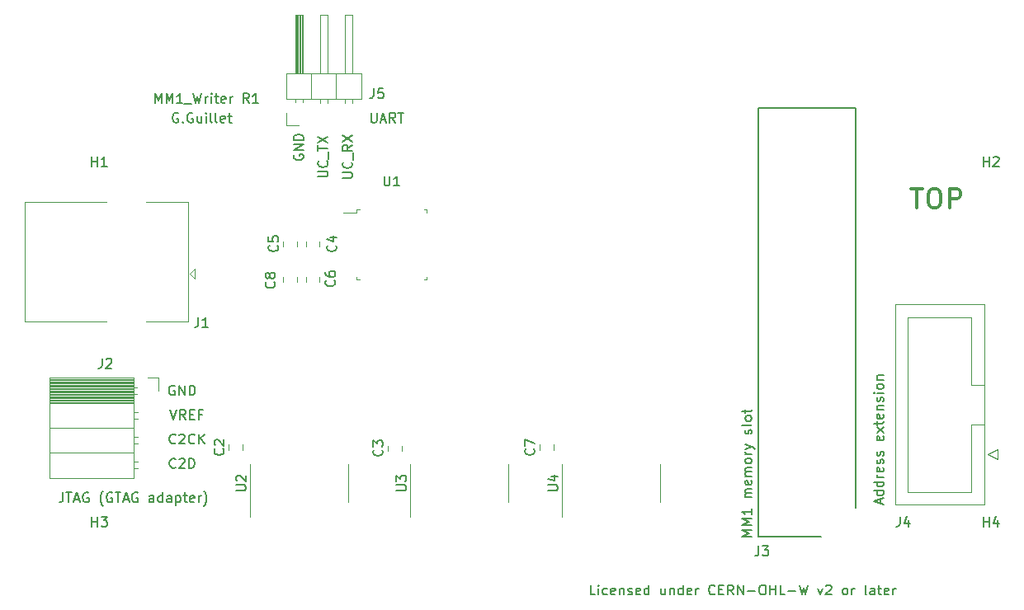
<source format=gbr>
G04 #@! TF.GenerationSoftware,KiCad,Pcbnew,(5.1.8)-1*
G04 #@! TF.CreationDate,2020-11-26T11:10:08+01:00*
G04 #@! TF.ProjectId,MM1_Writer,4d4d315f-5772-4697-9465-722e6b696361,R1*
G04 #@! TF.SameCoordinates,PX4692680PY3938700*
G04 #@! TF.FileFunction,Legend,Top*
G04 #@! TF.FilePolarity,Positive*
%FSLAX46Y46*%
G04 Gerber Fmt 4.6, Leading zero omitted, Abs format (unit mm)*
G04 Created by KiCad (PCBNEW (5.1.8)-1) date 2020-11-26 11:10:08*
%MOMM*%
%LPD*%
G01*
G04 APERTURE LIST*
%ADD10C,0.150000*%
%ADD11C,0.300000*%
%ADD12C,0.120000*%
G04 APERTURE END LIST*
D10*
X1261904Y-43452380D02*
X1261904Y-44166666D01*
X1214285Y-44309523D01*
X1119047Y-44404761D01*
X976190Y-44452380D01*
X880952Y-44452380D01*
X1595238Y-43452380D02*
X2166666Y-43452380D01*
X1880952Y-44452380D02*
X1880952Y-43452380D01*
X2452380Y-44166666D02*
X2928571Y-44166666D01*
X2357142Y-44452380D02*
X2690476Y-43452380D01*
X3023809Y-44452380D01*
X3880952Y-43500000D02*
X3785714Y-43452380D01*
X3642857Y-43452380D01*
X3500000Y-43500000D01*
X3404761Y-43595238D01*
X3357142Y-43690476D01*
X3309523Y-43880952D01*
X3309523Y-44023809D01*
X3357142Y-44214285D01*
X3404761Y-44309523D01*
X3500000Y-44404761D01*
X3642857Y-44452380D01*
X3738095Y-44452380D01*
X3880952Y-44404761D01*
X3928571Y-44357142D01*
X3928571Y-44023809D01*
X3738095Y-44023809D01*
X5404761Y-44833333D02*
X5357142Y-44785714D01*
X5261904Y-44642857D01*
X5214285Y-44547619D01*
X5166666Y-44404761D01*
X5119047Y-44166666D01*
X5119047Y-43976190D01*
X5166666Y-43738095D01*
X5214285Y-43595238D01*
X5261904Y-43500000D01*
X5357142Y-43357142D01*
X5404761Y-43309523D01*
X6309523Y-43500000D02*
X6214285Y-43452380D01*
X6071428Y-43452380D01*
X5928571Y-43500000D01*
X5833333Y-43595238D01*
X5785714Y-43690476D01*
X5738095Y-43880952D01*
X5738095Y-44023809D01*
X5785714Y-44214285D01*
X5833333Y-44309523D01*
X5928571Y-44404761D01*
X6071428Y-44452380D01*
X6166666Y-44452380D01*
X6309523Y-44404761D01*
X6357142Y-44357142D01*
X6357142Y-44023809D01*
X6166666Y-44023809D01*
X6642857Y-43452380D02*
X7214285Y-43452380D01*
X6928571Y-44452380D02*
X6928571Y-43452380D01*
X7500000Y-44166666D02*
X7976190Y-44166666D01*
X7404761Y-44452380D02*
X7738095Y-43452380D01*
X8071428Y-44452380D01*
X8928571Y-43500000D02*
X8833333Y-43452380D01*
X8690476Y-43452380D01*
X8547619Y-43500000D01*
X8452380Y-43595238D01*
X8404761Y-43690476D01*
X8357142Y-43880952D01*
X8357142Y-44023809D01*
X8404761Y-44214285D01*
X8452380Y-44309523D01*
X8547619Y-44404761D01*
X8690476Y-44452380D01*
X8785714Y-44452380D01*
X8928571Y-44404761D01*
X8976190Y-44357142D01*
X8976190Y-44023809D01*
X8785714Y-44023809D01*
X10595238Y-44452380D02*
X10595238Y-43928571D01*
X10547619Y-43833333D01*
X10452380Y-43785714D01*
X10261904Y-43785714D01*
X10166666Y-43833333D01*
X10595238Y-44404761D02*
X10500000Y-44452380D01*
X10261904Y-44452380D01*
X10166666Y-44404761D01*
X10119047Y-44309523D01*
X10119047Y-44214285D01*
X10166666Y-44119047D01*
X10261904Y-44071428D01*
X10500000Y-44071428D01*
X10595238Y-44023809D01*
X11500000Y-44452380D02*
X11500000Y-43452380D01*
X11500000Y-44404761D02*
X11404761Y-44452380D01*
X11214285Y-44452380D01*
X11119047Y-44404761D01*
X11071428Y-44357142D01*
X11023809Y-44261904D01*
X11023809Y-43976190D01*
X11071428Y-43880952D01*
X11119047Y-43833333D01*
X11214285Y-43785714D01*
X11404761Y-43785714D01*
X11500000Y-43833333D01*
X12404761Y-44452380D02*
X12404761Y-43928571D01*
X12357142Y-43833333D01*
X12261904Y-43785714D01*
X12071428Y-43785714D01*
X11976190Y-43833333D01*
X12404761Y-44404761D02*
X12309523Y-44452380D01*
X12071428Y-44452380D01*
X11976190Y-44404761D01*
X11928571Y-44309523D01*
X11928571Y-44214285D01*
X11976190Y-44119047D01*
X12071428Y-44071428D01*
X12309523Y-44071428D01*
X12404761Y-44023809D01*
X12880952Y-43785714D02*
X12880952Y-44785714D01*
X12880952Y-43833333D02*
X12976190Y-43785714D01*
X13166666Y-43785714D01*
X13261904Y-43833333D01*
X13309523Y-43880952D01*
X13357142Y-43976190D01*
X13357142Y-44261904D01*
X13309523Y-44357142D01*
X13261904Y-44404761D01*
X13166666Y-44452380D01*
X12976190Y-44452380D01*
X12880952Y-44404761D01*
X13642857Y-43785714D02*
X14023809Y-43785714D01*
X13785714Y-43452380D02*
X13785714Y-44309523D01*
X13833333Y-44404761D01*
X13928571Y-44452380D01*
X14023809Y-44452380D01*
X14738095Y-44404761D02*
X14642857Y-44452380D01*
X14452380Y-44452380D01*
X14357142Y-44404761D01*
X14309523Y-44309523D01*
X14309523Y-43928571D01*
X14357142Y-43833333D01*
X14452380Y-43785714D01*
X14642857Y-43785714D01*
X14738095Y-43833333D01*
X14785714Y-43928571D01*
X14785714Y-44023809D01*
X14309523Y-44119047D01*
X15214285Y-44452380D02*
X15214285Y-43785714D01*
X15214285Y-43976190D02*
X15261904Y-43880952D01*
X15309523Y-43833333D01*
X15404761Y-43785714D01*
X15500000Y-43785714D01*
X15738095Y-44833333D02*
X15785714Y-44785714D01*
X15880952Y-44642857D01*
X15928571Y-44547619D01*
X15976190Y-44404761D01*
X16023809Y-44166666D01*
X16023809Y-43976190D01*
X15976190Y-43738095D01*
X15928571Y-43595238D01*
X15880952Y-43500000D01*
X15785714Y-43357142D01*
X15738095Y-43309523D01*
X32904761Y-4452380D02*
X32904761Y-5261904D01*
X32952380Y-5357142D01*
X33000000Y-5404761D01*
X33095238Y-5452380D01*
X33285714Y-5452380D01*
X33380952Y-5404761D01*
X33428571Y-5357142D01*
X33476190Y-5261904D01*
X33476190Y-4452380D01*
X33904761Y-5166666D02*
X34380952Y-5166666D01*
X33809523Y-5452380D02*
X34142857Y-4452380D01*
X34476190Y-5452380D01*
X35380952Y-5452380D02*
X35047619Y-4976190D01*
X34809523Y-5452380D02*
X34809523Y-4452380D01*
X35190476Y-4452380D01*
X35285714Y-4500000D01*
X35333333Y-4547619D01*
X35380952Y-4642857D01*
X35380952Y-4785714D01*
X35333333Y-4880952D01*
X35285714Y-4928571D01*
X35190476Y-4976190D01*
X34809523Y-4976190D01*
X35666666Y-4452380D02*
X36238095Y-4452380D01*
X35952380Y-5452380D02*
X35952380Y-4452380D01*
X29952380Y-11142857D02*
X30761904Y-11142857D01*
X30857142Y-11095238D01*
X30904761Y-11047619D01*
X30952380Y-10952380D01*
X30952380Y-10761904D01*
X30904761Y-10666666D01*
X30857142Y-10619047D01*
X30761904Y-10571428D01*
X29952380Y-10571428D01*
X30857142Y-9523809D02*
X30904761Y-9571428D01*
X30952380Y-9714285D01*
X30952380Y-9809523D01*
X30904761Y-9952380D01*
X30809523Y-10047619D01*
X30714285Y-10095238D01*
X30523809Y-10142857D01*
X30380952Y-10142857D01*
X30190476Y-10095238D01*
X30095238Y-10047619D01*
X30000000Y-9952380D01*
X29952380Y-9809523D01*
X29952380Y-9714285D01*
X30000000Y-9571428D01*
X30047619Y-9523809D01*
X31047619Y-9333333D02*
X31047619Y-8571428D01*
X30952380Y-7761904D02*
X30476190Y-8095238D01*
X30952380Y-8333333D02*
X29952380Y-8333333D01*
X29952380Y-7952380D01*
X30000000Y-7857142D01*
X30047619Y-7809523D01*
X30142857Y-7761904D01*
X30285714Y-7761904D01*
X30380952Y-7809523D01*
X30428571Y-7857142D01*
X30476190Y-7952380D01*
X30476190Y-8333333D01*
X29952380Y-7428571D02*
X30952380Y-6761904D01*
X29952380Y-6761904D02*
X30952380Y-7428571D01*
X27452380Y-11023809D02*
X28261904Y-11023809D01*
X28357142Y-10976190D01*
X28404761Y-10928571D01*
X28452380Y-10833333D01*
X28452380Y-10642857D01*
X28404761Y-10547619D01*
X28357142Y-10500000D01*
X28261904Y-10452380D01*
X27452380Y-10452380D01*
X28357142Y-9404761D02*
X28404761Y-9452380D01*
X28452380Y-9595238D01*
X28452380Y-9690476D01*
X28404761Y-9833333D01*
X28309523Y-9928571D01*
X28214285Y-9976190D01*
X28023809Y-10023809D01*
X27880952Y-10023809D01*
X27690476Y-9976190D01*
X27595238Y-9928571D01*
X27500000Y-9833333D01*
X27452380Y-9690476D01*
X27452380Y-9595238D01*
X27500000Y-9452380D01*
X27547619Y-9404761D01*
X28547619Y-9214285D02*
X28547619Y-8452380D01*
X27452380Y-8357142D02*
X27452380Y-7785714D01*
X28452380Y-8071428D02*
X27452380Y-8071428D01*
X27452380Y-7547619D02*
X28452380Y-6880952D01*
X27452380Y-6880952D02*
X28452380Y-7547619D01*
X25000000Y-8761904D02*
X24952380Y-8857142D01*
X24952380Y-9000000D01*
X25000000Y-9142857D01*
X25095238Y-9238095D01*
X25190476Y-9285714D01*
X25380952Y-9333333D01*
X25523809Y-9333333D01*
X25714285Y-9285714D01*
X25809523Y-9238095D01*
X25904761Y-9142857D01*
X25952380Y-9000000D01*
X25952380Y-8904761D01*
X25904761Y-8761904D01*
X25857142Y-8714285D01*
X25523809Y-8714285D01*
X25523809Y-8904761D01*
X25952380Y-8285714D02*
X24952380Y-8285714D01*
X25952380Y-7714285D01*
X24952380Y-7714285D01*
X25952380Y-7238095D02*
X24952380Y-7238095D01*
X24952380Y-7000000D01*
X25000000Y-6857142D01*
X25095238Y-6761904D01*
X25190476Y-6714285D01*
X25380952Y-6666666D01*
X25523809Y-6666666D01*
X25714285Y-6714285D01*
X25809523Y-6761904D01*
X25904761Y-6857142D01*
X25952380Y-7000000D01*
X25952380Y-7238095D01*
X12738095Y-32500000D02*
X12642857Y-32452380D01*
X12500000Y-32452380D01*
X12357142Y-32500000D01*
X12261904Y-32595238D01*
X12214285Y-32690476D01*
X12166666Y-32880952D01*
X12166666Y-33023809D01*
X12214285Y-33214285D01*
X12261904Y-33309523D01*
X12357142Y-33404761D01*
X12500000Y-33452380D01*
X12595238Y-33452380D01*
X12738095Y-33404761D01*
X12785714Y-33357142D01*
X12785714Y-33023809D01*
X12595238Y-33023809D01*
X13214285Y-33452380D02*
X13214285Y-32452380D01*
X13785714Y-33452380D01*
X13785714Y-32452380D01*
X14261904Y-33452380D02*
X14261904Y-32452380D01*
X14500000Y-32452380D01*
X14642857Y-32500000D01*
X14738095Y-32595238D01*
X14785714Y-32690476D01*
X14833333Y-32880952D01*
X14833333Y-33023809D01*
X14785714Y-33214285D01*
X14738095Y-33309523D01*
X14642857Y-33404761D01*
X14500000Y-33452380D01*
X14261904Y-33452380D01*
X12285714Y-34952380D02*
X12619047Y-35952380D01*
X12952380Y-34952380D01*
X13857142Y-35952380D02*
X13523809Y-35476190D01*
X13285714Y-35952380D02*
X13285714Y-34952380D01*
X13666666Y-34952380D01*
X13761904Y-35000000D01*
X13809523Y-35047619D01*
X13857142Y-35142857D01*
X13857142Y-35285714D01*
X13809523Y-35380952D01*
X13761904Y-35428571D01*
X13666666Y-35476190D01*
X13285714Y-35476190D01*
X14285714Y-35428571D02*
X14619047Y-35428571D01*
X14761904Y-35952380D02*
X14285714Y-35952380D01*
X14285714Y-34952380D01*
X14761904Y-34952380D01*
X15523809Y-35428571D02*
X15190476Y-35428571D01*
X15190476Y-35952380D02*
X15190476Y-34952380D01*
X15666666Y-34952380D01*
X12833333Y-38357142D02*
X12785714Y-38404761D01*
X12642857Y-38452380D01*
X12547619Y-38452380D01*
X12404761Y-38404761D01*
X12309523Y-38309523D01*
X12261904Y-38214285D01*
X12214285Y-38023809D01*
X12214285Y-37880952D01*
X12261904Y-37690476D01*
X12309523Y-37595238D01*
X12404761Y-37500000D01*
X12547619Y-37452380D01*
X12642857Y-37452380D01*
X12785714Y-37500000D01*
X12833333Y-37547619D01*
X13214285Y-37547619D02*
X13261904Y-37500000D01*
X13357142Y-37452380D01*
X13595238Y-37452380D01*
X13690476Y-37500000D01*
X13738095Y-37547619D01*
X13785714Y-37642857D01*
X13785714Y-37738095D01*
X13738095Y-37880952D01*
X13166666Y-38452380D01*
X13785714Y-38452380D01*
X14785714Y-38357142D02*
X14738095Y-38404761D01*
X14595238Y-38452380D01*
X14500000Y-38452380D01*
X14357142Y-38404761D01*
X14261904Y-38309523D01*
X14214285Y-38214285D01*
X14166666Y-38023809D01*
X14166666Y-37880952D01*
X14214285Y-37690476D01*
X14261904Y-37595238D01*
X14357142Y-37500000D01*
X14500000Y-37452380D01*
X14595238Y-37452380D01*
X14738095Y-37500000D01*
X14785714Y-37547619D01*
X15214285Y-38452380D02*
X15214285Y-37452380D01*
X15785714Y-38452380D02*
X15357142Y-37880952D01*
X15785714Y-37452380D02*
X15214285Y-38023809D01*
X12833333Y-40857142D02*
X12785714Y-40904761D01*
X12642857Y-40952380D01*
X12547619Y-40952380D01*
X12404761Y-40904761D01*
X12309523Y-40809523D01*
X12261904Y-40714285D01*
X12214285Y-40523809D01*
X12214285Y-40380952D01*
X12261904Y-40190476D01*
X12309523Y-40095238D01*
X12404761Y-40000000D01*
X12547619Y-39952380D01*
X12642857Y-39952380D01*
X12785714Y-40000000D01*
X12833333Y-40047619D01*
X13214285Y-40047619D02*
X13261904Y-40000000D01*
X13357142Y-39952380D01*
X13595238Y-39952380D01*
X13690476Y-40000000D01*
X13738095Y-40047619D01*
X13785714Y-40142857D01*
X13785714Y-40238095D01*
X13738095Y-40380952D01*
X13166666Y-40952380D01*
X13785714Y-40952380D01*
X14214285Y-40952380D02*
X14214285Y-39952380D01*
X14452380Y-39952380D01*
X14595238Y-40000000D01*
X14690476Y-40095238D01*
X14738095Y-40190476D01*
X14785714Y-40380952D01*
X14785714Y-40523809D01*
X14738095Y-40714285D01*
X14690476Y-40809523D01*
X14595238Y-40904761D01*
X14452380Y-40952380D01*
X14214285Y-40952380D01*
X55880952Y-53952380D02*
X55404761Y-53952380D01*
X55404761Y-52952380D01*
X56214285Y-53952380D02*
X56214285Y-53285714D01*
X56214285Y-52952380D02*
X56166666Y-53000000D01*
X56214285Y-53047619D01*
X56261904Y-53000000D01*
X56214285Y-52952380D01*
X56214285Y-53047619D01*
X57119047Y-53904761D02*
X57023809Y-53952380D01*
X56833333Y-53952380D01*
X56738095Y-53904761D01*
X56690476Y-53857142D01*
X56642857Y-53761904D01*
X56642857Y-53476190D01*
X56690476Y-53380952D01*
X56738095Y-53333333D01*
X56833333Y-53285714D01*
X57023809Y-53285714D01*
X57119047Y-53333333D01*
X57928571Y-53904761D02*
X57833333Y-53952380D01*
X57642857Y-53952380D01*
X57547619Y-53904761D01*
X57499999Y-53809523D01*
X57499999Y-53428571D01*
X57547619Y-53333333D01*
X57642857Y-53285714D01*
X57833333Y-53285714D01*
X57928571Y-53333333D01*
X57976190Y-53428571D01*
X57976190Y-53523809D01*
X57499999Y-53619047D01*
X58404761Y-53285714D02*
X58404761Y-53952380D01*
X58404761Y-53380952D02*
X58452380Y-53333333D01*
X58547619Y-53285714D01*
X58690476Y-53285714D01*
X58785714Y-53333333D01*
X58833333Y-53428571D01*
X58833333Y-53952380D01*
X59261904Y-53904761D02*
X59357142Y-53952380D01*
X59547619Y-53952380D01*
X59642857Y-53904761D01*
X59690476Y-53809523D01*
X59690476Y-53761904D01*
X59642857Y-53666666D01*
X59547619Y-53619047D01*
X59404761Y-53619047D01*
X59309523Y-53571428D01*
X59261904Y-53476190D01*
X59261904Y-53428571D01*
X59309523Y-53333333D01*
X59404761Y-53285714D01*
X59547619Y-53285714D01*
X59642857Y-53333333D01*
X60500000Y-53904761D02*
X60404761Y-53952380D01*
X60214285Y-53952380D01*
X60119047Y-53904761D01*
X60071428Y-53809523D01*
X60071428Y-53428571D01*
X60119047Y-53333333D01*
X60214285Y-53285714D01*
X60404761Y-53285714D01*
X60500000Y-53333333D01*
X60547619Y-53428571D01*
X60547619Y-53523809D01*
X60071428Y-53619047D01*
X61404761Y-53952380D02*
X61404761Y-52952380D01*
X61404761Y-53904761D02*
X61309523Y-53952380D01*
X61119047Y-53952380D01*
X61023809Y-53904761D01*
X60976190Y-53857142D01*
X60928571Y-53761904D01*
X60928571Y-53476190D01*
X60976190Y-53380952D01*
X61023809Y-53333333D01*
X61119047Y-53285714D01*
X61309523Y-53285714D01*
X61404761Y-53333333D01*
X63071428Y-53285714D02*
X63071428Y-53952380D01*
X62642857Y-53285714D02*
X62642857Y-53809523D01*
X62690476Y-53904761D01*
X62785714Y-53952380D01*
X62928571Y-53952380D01*
X63023809Y-53904761D01*
X63071428Y-53857142D01*
X63547619Y-53285714D02*
X63547619Y-53952380D01*
X63547619Y-53380952D02*
X63595238Y-53333333D01*
X63690476Y-53285714D01*
X63833333Y-53285714D01*
X63928571Y-53333333D01*
X63976190Y-53428571D01*
X63976190Y-53952380D01*
X64880952Y-53952380D02*
X64880952Y-52952380D01*
X64880952Y-53904761D02*
X64785714Y-53952380D01*
X64595238Y-53952380D01*
X64500000Y-53904761D01*
X64452380Y-53857142D01*
X64404761Y-53761904D01*
X64404761Y-53476190D01*
X64452380Y-53380952D01*
X64500000Y-53333333D01*
X64595238Y-53285714D01*
X64785714Y-53285714D01*
X64880952Y-53333333D01*
X65738095Y-53904761D02*
X65642857Y-53952380D01*
X65452380Y-53952380D01*
X65357142Y-53904761D01*
X65309523Y-53809523D01*
X65309523Y-53428571D01*
X65357142Y-53333333D01*
X65452380Y-53285714D01*
X65642857Y-53285714D01*
X65738095Y-53333333D01*
X65785714Y-53428571D01*
X65785714Y-53523809D01*
X65309523Y-53619047D01*
X66214285Y-53952380D02*
X66214285Y-53285714D01*
X66214285Y-53476190D02*
X66261904Y-53380952D01*
X66309523Y-53333333D01*
X66404761Y-53285714D01*
X66500000Y-53285714D01*
X68166666Y-53857142D02*
X68119047Y-53904761D01*
X67976190Y-53952380D01*
X67880952Y-53952380D01*
X67738095Y-53904761D01*
X67642857Y-53809523D01*
X67595238Y-53714285D01*
X67547619Y-53523809D01*
X67547619Y-53380952D01*
X67595238Y-53190476D01*
X67642857Y-53095238D01*
X67738095Y-53000000D01*
X67880952Y-52952380D01*
X67976190Y-52952380D01*
X68119047Y-53000000D01*
X68166666Y-53047619D01*
X68595238Y-53428571D02*
X68928571Y-53428571D01*
X69071428Y-53952380D02*
X68595238Y-53952380D01*
X68595238Y-52952380D01*
X69071428Y-52952380D01*
X70071428Y-53952380D02*
X69738095Y-53476190D01*
X69500000Y-53952380D02*
X69500000Y-52952380D01*
X69880952Y-52952380D01*
X69976190Y-53000000D01*
X70023809Y-53047619D01*
X70071428Y-53142857D01*
X70071428Y-53285714D01*
X70023809Y-53380952D01*
X69976190Y-53428571D01*
X69880952Y-53476190D01*
X69500000Y-53476190D01*
X70500000Y-53952380D02*
X70500000Y-52952380D01*
X71071428Y-53952380D01*
X71071428Y-52952380D01*
X71547619Y-53571428D02*
X72309523Y-53571428D01*
X72976190Y-52952380D02*
X73166666Y-52952380D01*
X73261904Y-53000000D01*
X73357142Y-53095238D01*
X73404761Y-53285714D01*
X73404761Y-53619047D01*
X73357142Y-53809523D01*
X73261904Y-53904761D01*
X73166666Y-53952380D01*
X72976190Y-53952380D01*
X72880952Y-53904761D01*
X72785714Y-53809523D01*
X72738095Y-53619047D01*
X72738095Y-53285714D01*
X72785714Y-53095238D01*
X72880952Y-53000000D01*
X72976190Y-52952380D01*
X73833333Y-53952380D02*
X73833333Y-52952380D01*
X73833333Y-53428571D02*
X74404761Y-53428571D01*
X74404761Y-53952380D02*
X74404761Y-52952380D01*
X75357142Y-53952380D02*
X74880952Y-53952380D01*
X74880952Y-52952380D01*
X75690476Y-53571428D02*
X76452380Y-53571428D01*
X76833333Y-52952380D02*
X77071428Y-53952380D01*
X77261904Y-53238095D01*
X77452380Y-53952380D01*
X77690476Y-52952380D01*
X78738095Y-53285714D02*
X78976190Y-53952380D01*
X79214285Y-53285714D01*
X79547619Y-53047619D02*
X79595238Y-53000000D01*
X79690476Y-52952380D01*
X79928571Y-52952380D01*
X80023809Y-53000000D01*
X80071428Y-53047619D01*
X80119047Y-53142857D01*
X80119047Y-53238095D01*
X80071428Y-53380952D01*
X79500000Y-53952380D01*
X80119047Y-53952380D01*
X81452380Y-53952380D02*
X81357142Y-53904761D01*
X81309523Y-53857142D01*
X81261904Y-53761904D01*
X81261904Y-53476190D01*
X81309523Y-53380952D01*
X81357142Y-53333333D01*
X81452380Y-53285714D01*
X81595238Y-53285714D01*
X81690476Y-53333333D01*
X81738095Y-53380952D01*
X81785714Y-53476190D01*
X81785714Y-53761904D01*
X81738095Y-53857142D01*
X81690476Y-53904761D01*
X81595238Y-53952380D01*
X81452380Y-53952380D01*
X82214285Y-53952380D02*
X82214285Y-53285714D01*
X82214285Y-53476190D02*
X82261904Y-53380952D01*
X82309523Y-53333333D01*
X82404761Y-53285714D01*
X82500000Y-53285714D01*
X83738095Y-53952380D02*
X83642857Y-53904761D01*
X83595238Y-53809523D01*
X83595238Y-52952380D01*
X84547619Y-53952380D02*
X84547619Y-53428571D01*
X84500000Y-53333333D01*
X84404761Y-53285714D01*
X84214285Y-53285714D01*
X84119047Y-53333333D01*
X84547619Y-53904761D02*
X84452380Y-53952380D01*
X84214285Y-53952380D01*
X84119047Y-53904761D01*
X84071428Y-53809523D01*
X84071428Y-53714285D01*
X84119047Y-53619047D01*
X84214285Y-53571428D01*
X84452380Y-53571428D01*
X84547619Y-53523809D01*
X84880952Y-53285714D02*
X85261904Y-53285714D01*
X85023809Y-52952380D02*
X85023809Y-53809523D01*
X85071428Y-53904761D01*
X85166666Y-53952380D01*
X85261904Y-53952380D01*
X85976190Y-53904761D02*
X85880952Y-53952380D01*
X85690476Y-53952380D01*
X85595238Y-53904761D01*
X85547619Y-53809523D01*
X85547619Y-53428571D01*
X85595238Y-53333333D01*
X85690476Y-53285714D01*
X85880952Y-53285714D01*
X85976190Y-53333333D01*
X86023809Y-53428571D01*
X86023809Y-53523809D01*
X85547619Y-53619047D01*
X86452380Y-53952380D02*
X86452380Y-53285714D01*
X86452380Y-53476190D02*
X86500000Y-53380952D01*
X86547619Y-53333333D01*
X86642857Y-53285714D01*
X86738095Y-53285714D01*
D11*
X88320952Y-12234761D02*
X89463809Y-12234761D01*
X88892380Y-14234761D02*
X88892380Y-12234761D01*
X90511428Y-12234761D02*
X90892380Y-12234761D01*
X91082857Y-12330000D01*
X91273333Y-12520476D01*
X91368571Y-12901428D01*
X91368571Y-13568095D01*
X91273333Y-13949047D01*
X91082857Y-14139523D01*
X90892380Y-14234761D01*
X90511428Y-14234761D01*
X90320952Y-14139523D01*
X90130476Y-13949047D01*
X90035238Y-13568095D01*
X90035238Y-12901428D01*
X90130476Y-12520476D01*
X90320952Y-12330000D01*
X90511428Y-12234761D01*
X92225714Y-14234761D02*
X92225714Y-12234761D01*
X92987619Y-12234761D01*
X93178095Y-12330000D01*
X93273333Y-12425238D01*
X93368571Y-12615714D01*
X93368571Y-12901428D01*
X93273333Y-13091904D01*
X93178095Y-13187142D01*
X92987619Y-13282380D01*
X92225714Y-13282380D01*
D10*
X85166666Y-44619047D02*
X85166666Y-44142857D01*
X85452380Y-44714285D02*
X84452380Y-44380952D01*
X85452380Y-44047619D01*
X85452380Y-43285714D02*
X84452380Y-43285714D01*
X85404761Y-43285714D02*
X85452380Y-43380952D01*
X85452380Y-43571428D01*
X85404761Y-43666666D01*
X85357142Y-43714285D01*
X85261904Y-43761904D01*
X84976190Y-43761904D01*
X84880952Y-43714285D01*
X84833333Y-43666666D01*
X84785714Y-43571428D01*
X84785714Y-43380952D01*
X84833333Y-43285714D01*
X85452380Y-42380952D02*
X84452380Y-42380952D01*
X85404761Y-42380952D02*
X85452380Y-42476190D01*
X85452380Y-42666666D01*
X85404761Y-42761904D01*
X85357142Y-42809523D01*
X85261904Y-42857142D01*
X84976190Y-42857142D01*
X84880952Y-42809523D01*
X84833333Y-42761904D01*
X84785714Y-42666666D01*
X84785714Y-42476190D01*
X84833333Y-42380952D01*
X85452380Y-41904761D02*
X84785714Y-41904761D01*
X84976190Y-41904761D02*
X84880952Y-41857142D01*
X84833333Y-41809523D01*
X84785714Y-41714285D01*
X84785714Y-41619047D01*
X85404761Y-40904761D02*
X85452380Y-41000000D01*
X85452380Y-41190476D01*
X85404761Y-41285714D01*
X85309523Y-41333333D01*
X84928571Y-41333333D01*
X84833333Y-41285714D01*
X84785714Y-41190476D01*
X84785714Y-41000000D01*
X84833333Y-40904761D01*
X84928571Y-40857142D01*
X85023809Y-40857142D01*
X85119047Y-41333333D01*
X85404761Y-40476190D02*
X85452380Y-40380952D01*
X85452380Y-40190476D01*
X85404761Y-40095238D01*
X85309523Y-40047619D01*
X85261904Y-40047619D01*
X85166666Y-40095238D01*
X85119047Y-40190476D01*
X85119047Y-40333333D01*
X85071428Y-40428571D01*
X84976190Y-40476190D01*
X84928571Y-40476190D01*
X84833333Y-40428571D01*
X84785714Y-40333333D01*
X84785714Y-40190476D01*
X84833333Y-40095238D01*
X85404761Y-39666666D02*
X85452380Y-39571428D01*
X85452380Y-39380952D01*
X85404761Y-39285714D01*
X85309523Y-39238095D01*
X85261904Y-39238095D01*
X85166666Y-39285714D01*
X85119047Y-39380952D01*
X85119047Y-39523809D01*
X85071428Y-39619047D01*
X84976190Y-39666666D01*
X84928571Y-39666666D01*
X84833333Y-39619047D01*
X84785714Y-39523809D01*
X84785714Y-39380952D01*
X84833333Y-39285714D01*
X85404761Y-37666666D02*
X85452380Y-37761904D01*
X85452380Y-37952380D01*
X85404761Y-38047619D01*
X85309523Y-38095238D01*
X84928571Y-38095238D01*
X84833333Y-38047619D01*
X84785714Y-37952380D01*
X84785714Y-37761904D01*
X84833333Y-37666666D01*
X84928571Y-37619047D01*
X85023809Y-37619047D01*
X85119047Y-38095238D01*
X85452380Y-37285714D02*
X84785714Y-36761904D01*
X84785714Y-37285714D02*
X85452380Y-36761904D01*
X84785714Y-36523809D02*
X84785714Y-36142857D01*
X84452380Y-36380952D02*
X85309523Y-36380952D01*
X85404761Y-36333333D01*
X85452380Y-36238095D01*
X85452380Y-36142857D01*
X85404761Y-35428571D02*
X85452380Y-35523809D01*
X85452380Y-35714285D01*
X85404761Y-35809523D01*
X85309523Y-35857142D01*
X84928571Y-35857142D01*
X84833333Y-35809523D01*
X84785714Y-35714285D01*
X84785714Y-35523809D01*
X84833333Y-35428571D01*
X84928571Y-35380952D01*
X85023809Y-35380952D01*
X85119047Y-35857142D01*
X84785714Y-34952380D02*
X85452380Y-34952380D01*
X84880952Y-34952380D02*
X84833333Y-34904761D01*
X84785714Y-34809523D01*
X84785714Y-34666666D01*
X84833333Y-34571428D01*
X84928571Y-34523809D01*
X85452380Y-34523809D01*
X85404761Y-34095238D02*
X85452380Y-34000000D01*
X85452380Y-33809523D01*
X85404761Y-33714285D01*
X85309523Y-33666666D01*
X85261904Y-33666666D01*
X85166666Y-33714285D01*
X85119047Y-33809523D01*
X85119047Y-33952380D01*
X85071428Y-34047619D01*
X84976190Y-34095238D01*
X84928571Y-34095238D01*
X84833333Y-34047619D01*
X84785714Y-33952380D01*
X84785714Y-33809523D01*
X84833333Y-33714285D01*
X85452380Y-33238095D02*
X84785714Y-33238095D01*
X84452380Y-33238095D02*
X84500000Y-33285714D01*
X84547619Y-33238095D01*
X84500000Y-33190476D01*
X84452380Y-33238095D01*
X84547619Y-33238095D01*
X85452380Y-32619047D02*
X85404761Y-32714285D01*
X85357142Y-32761904D01*
X85261904Y-32809523D01*
X84976190Y-32809523D01*
X84880952Y-32761904D01*
X84833333Y-32714285D01*
X84785714Y-32619047D01*
X84785714Y-32476190D01*
X84833333Y-32380952D01*
X84880952Y-32333333D01*
X84976190Y-32285714D01*
X85261904Y-32285714D01*
X85357142Y-32333333D01*
X85404761Y-32380952D01*
X85452380Y-32476190D01*
X85452380Y-32619047D01*
X84785714Y-31857142D02*
X85452380Y-31857142D01*
X84880952Y-31857142D02*
X84833333Y-31809523D01*
X84785714Y-31714285D01*
X84785714Y-31571428D01*
X84833333Y-31476190D01*
X84928571Y-31428571D01*
X85452380Y-31428571D01*
X71952380Y-47952380D02*
X70952380Y-47952380D01*
X71666666Y-47619047D01*
X70952380Y-47285714D01*
X71952380Y-47285714D01*
X71952380Y-46809523D02*
X70952380Y-46809523D01*
X71666666Y-46476190D01*
X70952380Y-46142857D01*
X71952380Y-46142857D01*
X71952380Y-45142857D02*
X71952380Y-45714285D01*
X71952380Y-45428571D02*
X70952380Y-45428571D01*
X71095238Y-45523809D01*
X71190476Y-45619047D01*
X71238095Y-45714285D01*
X71952380Y-43952380D02*
X71285714Y-43952380D01*
X71380952Y-43952380D02*
X71333333Y-43904761D01*
X71285714Y-43809523D01*
X71285714Y-43666666D01*
X71333333Y-43571428D01*
X71428571Y-43523809D01*
X71952380Y-43523809D01*
X71428571Y-43523809D02*
X71333333Y-43476190D01*
X71285714Y-43380952D01*
X71285714Y-43238095D01*
X71333333Y-43142857D01*
X71428571Y-43095238D01*
X71952380Y-43095238D01*
X71904761Y-42238095D02*
X71952380Y-42333333D01*
X71952380Y-42523809D01*
X71904761Y-42619047D01*
X71809523Y-42666666D01*
X71428571Y-42666666D01*
X71333333Y-42619047D01*
X71285714Y-42523809D01*
X71285714Y-42333333D01*
X71333333Y-42238095D01*
X71428571Y-42190476D01*
X71523809Y-42190476D01*
X71619047Y-42666666D01*
X71952380Y-41761904D02*
X71285714Y-41761904D01*
X71380952Y-41761904D02*
X71333333Y-41714285D01*
X71285714Y-41619047D01*
X71285714Y-41476190D01*
X71333333Y-41380952D01*
X71428571Y-41333333D01*
X71952380Y-41333333D01*
X71428571Y-41333333D02*
X71333333Y-41285714D01*
X71285714Y-41190476D01*
X71285714Y-41047619D01*
X71333333Y-40952380D01*
X71428571Y-40904761D01*
X71952380Y-40904761D01*
X71952380Y-40285714D02*
X71904761Y-40380952D01*
X71857142Y-40428571D01*
X71761904Y-40476190D01*
X71476190Y-40476190D01*
X71380952Y-40428571D01*
X71333333Y-40380952D01*
X71285714Y-40285714D01*
X71285714Y-40142857D01*
X71333333Y-40047619D01*
X71380952Y-40000000D01*
X71476190Y-39952380D01*
X71761904Y-39952380D01*
X71857142Y-40000000D01*
X71904761Y-40047619D01*
X71952380Y-40142857D01*
X71952380Y-40285714D01*
X71952380Y-39523809D02*
X71285714Y-39523809D01*
X71476190Y-39523809D02*
X71380952Y-39476190D01*
X71333333Y-39428571D01*
X71285714Y-39333333D01*
X71285714Y-39238095D01*
X71285714Y-39000000D02*
X71952380Y-38761904D01*
X71285714Y-38523809D02*
X71952380Y-38761904D01*
X72190476Y-38857142D01*
X72238095Y-38904761D01*
X72285714Y-39000000D01*
X71904761Y-37428571D02*
X71952380Y-37333333D01*
X71952380Y-37142857D01*
X71904761Y-37047619D01*
X71809523Y-37000000D01*
X71761904Y-37000000D01*
X71666666Y-37047619D01*
X71619047Y-37142857D01*
X71619047Y-37285714D01*
X71571428Y-37380952D01*
X71476190Y-37428571D01*
X71428571Y-37428571D01*
X71333333Y-37380952D01*
X71285714Y-37285714D01*
X71285714Y-37142857D01*
X71333333Y-37047619D01*
X71952380Y-36428571D02*
X71904761Y-36523809D01*
X71809523Y-36571428D01*
X70952380Y-36571428D01*
X71952380Y-35904761D02*
X71904761Y-36000000D01*
X71857142Y-36047619D01*
X71761904Y-36095238D01*
X71476190Y-36095238D01*
X71380952Y-36047619D01*
X71333333Y-36000000D01*
X71285714Y-35904761D01*
X71285714Y-35761904D01*
X71333333Y-35666666D01*
X71380952Y-35619047D01*
X71476190Y-35571428D01*
X71761904Y-35571428D01*
X71857142Y-35619047D01*
X71904761Y-35666666D01*
X71952380Y-35761904D01*
X71952380Y-35904761D01*
X71285714Y-35285714D02*
X71285714Y-34904761D01*
X70952380Y-35142857D02*
X71809523Y-35142857D01*
X71904761Y-35095238D01*
X71952380Y-35000000D01*
X71952380Y-34904761D01*
X13095238Y-4500000D02*
X13000000Y-4452380D01*
X12857142Y-4452380D01*
X12714285Y-4500000D01*
X12619047Y-4595238D01*
X12571428Y-4690476D01*
X12523809Y-4880952D01*
X12523809Y-5023809D01*
X12571428Y-5214285D01*
X12619047Y-5309523D01*
X12714285Y-5404761D01*
X12857142Y-5452380D01*
X12952380Y-5452380D01*
X13095238Y-5404761D01*
X13142857Y-5357142D01*
X13142857Y-5023809D01*
X12952380Y-5023809D01*
X13571428Y-5357142D02*
X13619047Y-5404761D01*
X13571428Y-5452380D01*
X13523809Y-5404761D01*
X13571428Y-5357142D01*
X13571428Y-5452380D01*
X14571428Y-4500000D02*
X14476190Y-4452380D01*
X14333333Y-4452380D01*
X14190476Y-4500000D01*
X14095238Y-4595238D01*
X14047619Y-4690476D01*
X14000000Y-4880952D01*
X14000000Y-5023809D01*
X14047619Y-5214285D01*
X14095238Y-5309523D01*
X14190476Y-5404761D01*
X14333333Y-5452380D01*
X14428571Y-5452380D01*
X14571428Y-5404761D01*
X14619047Y-5357142D01*
X14619047Y-5023809D01*
X14428571Y-5023809D01*
X15476190Y-4785714D02*
X15476190Y-5452380D01*
X15047619Y-4785714D02*
X15047619Y-5309523D01*
X15095238Y-5404761D01*
X15190476Y-5452380D01*
X15333333Y-5452380D01*
X15428571Y-5404761D01*
X15476190Y-5357142D01*
X15952380Y-5452380D02*
X15952380Y-4785714D01*
X15952380Y-4452380D02*
X15904761Y-4500000D01*
X15952380Y-4547619D01*
X16000000Y-4500000D01*
X15952380Y-4452380D01*
X15952380Y-4547619D01*
X16571428Y-5452380D02*
X16476190Y-5404761D01*
X16428571Y-5309523D01*
X16428571Y-4452380D01*
X17095238Y-5452380D02*
X17000000Y-5404761D01*
X16952380Y-5309523D01*
X16952380Y-4452380D01*
X17857142Y-5404761D02*
X17761904Y-5452380D01*
X17571428Y-5452380D01*
X17476190Y-5404761D01*
X17428571Y-5309523D01*
X17428571Y-4928571D01*
X17476190Y-4833333D01*
X17571428Y-4785714D01*
X17761904Y-4785714D01*
X17857142Y-4833333D01*
X17904761Y-4928571D01*
X17904761Y-5023809D01*
X17428571Y-5119047D01*
X18190476Y-4785714D02*
X18571428Y-4785714D01*
X18333333Y-4452380D02*
X18333333Y-5309523D01*
X18380952Y-5404761D01*
X18476190Y-5452380D01*
X18571428Y-5452380D01*
X10738095Y-3452380D02*
X10738095Y-2452380D01*
X11071428Y-3166666D01*
X11404761Y-2452380D01*
X11404761Y-3452380D01*
X11880952Y-3452380D02*
X11880952Y-2452380D01*
X12214285Y-3166666D01*
X12547619Y-2452380D01*
X12547619Y-3452380D01*
X13547619Y-3452380D02*
X12976190Y-3452380D01*
X13261904Y-3452380D02*
X13261904Y-2452380D01*
X13166666Y-2595238D01*
X13071428Y-2690476D01*
X12976190Y-2738095D01*
X13738095Y-3547619D02*
X14500000Y-3547619D01*
X14642857Y-2452380D02*
X14880952Y-3452380D01*
X15071428Y-2738095D01*
X15261904Y-3452380D01*
X15500000Y-2452380D01*
X15880952Y-3452380D02*
X15880952Y-2785714D01*
X15880952Y-2976190D02*
X15928571Y-2880952D01*
X15976190Y-2833333D01*
X16071428Y-2785714D01*
X16166666Y-2785714D01*
X16500000Y-3452380D02*
X16500000Y-2785714D01*
X16500000Y-2452380D02*
X16452380Y-2500000D01*
X16500000Y-2547619D01*
X16547619Y-2500000D01*
X16500000Y-2452380D01*
X16500000Y-2547619D01*
X16833333Y-2785714D02*
X17214285Y-2785714D01*
X16976190Y-2452380D02*
X16976190Y-3309523D01*
X17023809Y-3404761D01*
X17119047Y-3452380D01*
X17214285Y-3452380D01*
X17928571Y-3404761D02*
X17833333Y-3452380D01*
X17642857Y-3452380D01*
X17547619Y-3404761D01*
X17500000Y-3309523D01*
X17500000Y-2928571D01*
X17547619Y-2833333D01*
X17642857Y-2785714D01*
X17833333Y-2785714D01*
X17928571Y-2833333D01*
X17976190Y-2928571D01*
X17976190Y-3023809D01*
X17500000Y-3119047D01*
X18404761Y-3452380D02*
X18404761Y-2785714D01*
X18404761Y-2976190D02*
X18452380Y-2880952D01*
X18500000Y-2833333D01*
X18595238Y-2785714D01*
X18690476Y-2785714D01*
X20357142Y-3452380D02*
X20023809Y-2976190D01*
X19785714Y-3452380D02*
X19785714Y-2452380D01*
X20166666Y-2452380D01*
X20261904Y-2500000D01*
X20309523Y-2547619D01*
X20357142Y-2642857D01*
X20357142Y-2785714D01*
X20309523Y-2880952D01*
X20261904Y-2928571D01*
X20166666Y-2976190D01*
X19785714Y-2976190D01*
X21309523Y-3452380D02*
X20738095Y-3452380D01*
X21023809Y-3452380D02*
X21023809Y-2452380D01*
X20928571Y-2595238D01*
X20833333Y-2690476D01*
X20738095Y-2738095D01*
X82600000Y-6000000D02*
X82600000Y-45000000D01*
X72600000Y-4000000D02*
X72600000Y-6000000D01*
X82600000Y-4000000D02*
X72600000Y-4000000D01*
X82600000Y-6000000D02*
X82600000Y-4000000D01*
X72600000Y-48000000D02*
X72600000Y-46000000D01*
X79100000Y-48000000D02*
X72600000Y-48000000D01*
X72600000Y-46000000D02*
X72600000Y-43000000D01*
X72600000Y-43000000D02*
X72600000Y-6000000D01*
D12*
X18290000Y-39058578D02*
X18290000Y-38541422D01*
X19710000Y-39058578D02*
X19710000Y-38541422D01*
X34590000Y-39158578D02*
X34590000Y-38641422D01*
X36010000Y-39158578D02*
X36010000Y-38641422D01*
X27610000Y-18158578D02*
X27610000Y-17641422D01*
X26190000Y-18158578D02*
X26190000Y-17641422D01*
X27610000Y-21341422D02*
X27610000Y-21858578D01*
X26190000Y-21341422D02*
X26190000Y-21858578D01*
X23890000Y-21341422D02*
X23890000Y-21858578D01*
X25310000Y-21341422D02*
X25310000Y-21858578D01*
X47005000Y-42500000D02*
X47005000Y-40550000D01*
X47005000Y-42500000D02*
X47005000Y-44450000D01*
X36885000Y-42500000D02*
X36885000Y-40550000D01*
X36885000Y-42500000D02*
X36885000Y-45950000D01*
X25335000Y-18161252D02*
X25335000Y-17638748D01*
X23865000Y-18161252D02*
X23865000Y-17638748D01*
X50165000Y-39061252D02*
X50165000Y-38538748D01*
X51635000Y-39061252D02*
X51635000Y-38538748D01*
X14820000Y-20500000D02*
X14320000Y-21000000D01*
X14820000Y-21500000D02*
X14820000Y-20500000D01*
X14320000Y-21000000D02*
X14820000Y-21500000D01*
X-2620000Y-13590000D02*
X5740000Y-13590000D01*
X-2620000Y-25910000D02*
X-2620000Y-13590000D01*
X5740000Y-25910000D02*
X-2620000Y-25910000D01*
X14100000Y-13590000D02*
X9840000Y-13590000D01*
X14100000Y-25910000D02*
X14100000Y-13590000D01*
X9840000Y-25910000D02*
X14100000Y-25910000D01*
X10000000Y-31670000D02*
X11110000Y-31670000D01*
X11110000Y-31670000D02*
X11110000Y-33000000D01*
X-90000Y-31670000D02*
X-90000Y-41950000D01*
X-90000Y-41950000D02*
X8540000Y-41950000D01*
X8540000Y-31670000D02*
X8540000Y-41950000D01*
X-90000Y-31670000D02*
X8540000Y-31670000D01*
X-90000Y-39350000D02*
X8540000Y-39350000D01*
X-90000Y-36810000D02*
X8540000Y-36810000D01*
X-90000Y-34270000D02*
X8540000Y-34270000D01*
X8540000Y-40980000D02*
X8950000Y-40980000D01*
X8540000Y-40260000D02*
X8950000Y-40260000D01*
X8540000Y-38440000D02*
X8950000Y-38440000D01*
X8540000Y-37720000D02*
X8950000Y-37720000D01*
X8540000Y-35900000D02*
X8950000Y-35900000D01*
X8540000Y-35180000D02*
X8950000Y-35180000D01*
X8540000Y-33360000D02*
X8890000Y-33360000D01*
X8540000Y-32640000D02*
X8890000Y-32640000D01*
X-90000Y-34151900D02*
X8540000Y-34151900D01*
X-90000Y-34033805D02*
X8540000Y-34033805D01*
X-90000Y-33915710D02*
X8540000Y-33915710D01*
X-90000Y-33797615D02*
X8540000Y-33797615D01*
X-90000Y-33679520D02*
X8540000Y-33679520D01*
X-90000Y-33561425D02*
X8540000Y-33561425D01*
X-90000Y-33443330D02*
X8540000Y-33443330D01*
X-90000Y-33325235D02*
X8540000Y-33325235D01*
X-90000Y-33207140D02*
X8540000Y-33207140D01*
X-90000Y-33089045D02*
X8540000Y-33089045D01*
X-90000Y-32970950D02*
X8540000Y-32970950D01*
X-90000Y-32852855D02*
X8540000Y-32852855D01*
X-90000Y-32734760D02*
X8540000Y-32734760D01*
X-90000Y-32616665D02*
X8540000Y-32616665D01*
X-90000Y-32498570D02*
X8540000Y-32498570D01*
X-90000Y-32380475D02*
X8540000Y-32380475D01*
X-90000Y-32262380D02*
X8540000Y-32262380D01*
X-90000Y-32144285D02*
X8540000Y-32144285D01*
X-90000Y-32026190D02*
X8540000Y-32026190D01*
X-90000Y-31908095D02*
X8540000Y-31908095D01*
X-90000Y-31790000D02*
X8540000Y-31790000D01*
X97180000Y-39000000D02*
X96180000Y-39500000D01*
X97180000Y-40000000D02*
X97180000Y-39000000D01*
X96180000Y-39500000D02*
X97180000Y-40000000D01*
X94480000Y-32370000D02*
X95790000Y-32370000D01*
X94480000Y-32370000D02*
X94480000Y-32370000D01*
X94480000Y-25430000D02*
X94480000Y-32370000D01*
X87980000Y-25430000D02*
X94480000Y-25430000D01*
X87980000Y-43410000D02*
X87980000Y-25430000D01*
X94480000Y-43410000D02*
X87980000Y-43410000D01*
X94480000Y-36470000D02*
X94480000Y-43410000D01*
X95790000Y-36470000D02*
X94480000Y-36470000D01*
X95790000Y-24130000D02*
X95790000Y-44710000D01*
X86670000Y-24130000D02*
X95790000Y-24130000D01*
X86670000Y-44710000D02*
X86670000Y-24130000D01*
X95790000Y-44710000D02*
X86670000Y-44710000D01*
X31390000Y-14690000D02*
X30075000Y-14690000D01*
X31390000Y-14390000D02*
X31390000Y-14690000D01*
X31690000Y-14390000D02*
X31390000Y-14390000D01*
X38610000Y-14390000D02*
X38610000Y-14690000D01*
X38310000Y-14390000D02*
X38610000Y-14390000D01*
X31390000Y-21610000D02*
X31390000Y-21310000D01*
X31690000Y-21610000D02*
X31390000Y-21610000D01*
X38610000Y-21610000D02*
X38610000Y-21310000D01*
X38310000Y-21610000D02*
X38610000Y-21610000D01*
X20440000Y-42500000D02*
X20440000Y-45950000D01*
X20440000Y-42500000D02*
X20440000Y-40550000D01*
X30560000Y-42500000D02*
X30560000Y-44450000D01*
X30560000Y-42500000D02*
X30560000Y-40550000D01*
X62560000Y-42500000D02*
X62560000Y-40550000D01*
X62560000Y-42500000D02*
X62560000Y-44450000D01*
X52440000Y-42500000D02*
X52440000Y-40550000D01*
X52440000Y-42500000D02*
X52440000Y-45950000D01*
X24170000Y-3060000D02*
X31910000Y-3060000D01*
X31910000Y-3060000D02*
X31910000Y-400000D01*
X31910000Y-400000D02*
X24170000Y-400000D01*
X24170000Y-400000D02*
X24170000Y-3060000D01*
X25120000Y-400000D02*
X25120000Y5600000D01*
X25120000Y5600000D02*
X25880000Y5600000D01*
X25880000Y5600000D02*
X25880000Y-400000D01*
X25180000Y-400000D02*
X25180000Y5600000D01*
X25300000Y-400000D02*
X25300000Y5600000D01*
X25420000Y-400000D02*
X25420000Y5600000D01*
X25540000Y-400000D02*
X25540000Y5600000D01*
X25660000Y-400000D02*
X25660000Y5600000D01*
X25780000Y-400000D02*
X25780000Y5600000D01*
X25120000Y-3390000D02*
X25120000Y-3060000D01*
X25880000Y-3390000D02*
X25880000Y-3060000D01*
X26770000Y-3060000D02*
X26770000Y-400000D01*
X27660000Y-400000D02*
X27660000Y5600000D01*
X27660000Y5600000D02*
X28420000Y5600000D01*
X28420000Y5600000D02*
X28420000Y-400000D01*
X27660000Y-3457071D02*
X27660000Y-3060000D01*
X28420000Y-3457071D02*
X28420000Y-3060000D01*
X29310000Y-3060000D02*
X29310000Y-400000D01*
X30200000Y-400000D02*
X30200000Y5600000D01*
X30200000Y5600000D02*
X30960000Y5600000D01*
X30960000Y5600000D02*
X30960000Y-400000D01*
X30200000Y-3457071D02*
X30200000Y-3060000D01*
X30960000Y-3457071D02*
X30960000Y-3060000D01*
X25500000Y-5770000D02*
X24230000Y-5770000D01*
X24230000Y-5770000D02*
X24230000Y-4500000D01*
D10*
X72666666Y-48952380D02*
X72666666Y-49666666D01*
X72619047Y-49809523D01*
X72523809Y-49904761D01*
X72380952Y-49952380D01*
X72285714Y-49952380D01*
X73047619Y-48952380D02*
X73666666Y-48952380D01*
X73333333Y-49333333D01*
X73476190Y-49333333D01*
X73571428Y-49380952D01*
X73619047Y-49428571D01*
X73666666Y-49523809D01*
X73666666Y-49761904D01*
X73619047Y-49857142D01*
X73571428Y-49904761D01*
X73476190Y-49952380D01*
X73190476Y-49952380D01*
X73095238Y-49904761D01*
X73047619Y-49857142D01*
X17707142Y-38966666D02*
X17754761Y-39014285D01*
X17802380Y-39157142D01*
X17802380Y-39252380D01*
X17754761Y-39395238D01*
X17659523Y-39490476D01*
X17564285Y-39538095D01*
X17373809Y-39585714D01*
X17230952Y-39585714D01*
X17040476Y-39538095D01*
X16945238Y-39490476D01*
X16850000Y-39395238D01*
X16802380Y-39252380D01*
X16802380Y-39157142D01*
X16850000Y-39014285D01*
X16897619Y-38966666D01*
X16897619Y-38585714D02*
X16850000Y-38538095D01*
X16802380Y-38442857D01*
X16802380Y-38204761D01*
X16850000Y-38109523D01*
X16897619Y-38061904D01*
X16992857Y-38014285D01*
X17088095Y-38014285D01*
X17230952Y-38061904D01*
X17802380Y-38633333D01*
X17802380Y-38014285D01*
X34007142Y-39066666D02*
X34054761Y-39114285D01*
X34102380Y-39257142D01*
X34102380Y-39352380D01*
X34054761Y-39495238D01*
X33959523Y-39590476D01*
X33864285Y-39638095D01*
X33673809Y-39685714D01*
X33530952Y-39685714D01*
X33340476Y-39638095D01*
X33245238Y-39590476D01*
X33150000Y-39495238D01*
X33102380Y-39352380D01*
X33102380Y-39257142D01*
X33150000Y-39114285D01*
X33197619Y-39066666D01*
X33102380Y-38733333D02*
X33102380Y-38114285D01*
X33483333Y-38447619D01*
X33483333Y-38304761D01*
X33530952Y-38209523D01*
X33578571Y-38161904D01*
X33673809Y-38114285D01*
X33911904Y-38114285D01*
X34007142Y-38161904D01*
X34054761Y-38209523D01*
X34102380Y-38304761D01*
X34102380Y-38590476D01*
X34054761Y-38685714D01*
X34007142Y-38733333D01*
X29257142Y-18066666D02*
X29304761Y-18114285D01*
X29352380Y-18257142D01*
X29352380Y-18352380D01*
X29304761Y-18495238D01*
X29209523Y-18590476D01*
X29114285Y-18638095D01*
X28923809Y-18685714D01*
X28780952Y-18685714D01*
X28590476Y-18638095D01*
X28495238Y-18590476D01*
X28400000Y-18495238D01*
X28352380Y-18352380D01*
X28352380Y-18257142D01*
X28400000Y-18114285D01*
X28447619Y-18066666D01*
X28685714Y-17209523D02*
X29352380Y-17209523D01*
X28304761Y-17447619D02*
X29019047Y-17685714D01*
X29019047Y-17066666D01*
X29107142Y-21666666D02*
X29154761Y-21714285D01*
X29202380Y-21857142D01*
X29202380Y-21952380D01*
X29154761Y-22095238D01*
X29059523Y-22190476D01*
X28964285Y-22238095D01*
X28773809Y-22285714D01*
X28630952Y-22285714D01*
X28440476Y-22238095D01*
X28345238Y-22190476D01*
X28250000Y-22095238D01*
X28202380Y-21952380D01*
X28202380Y-21857142D01*
X28250000Y-21714285D01*
X28297619Y-21666666D01*
X28202380Y-20809523D02*
X28202380Y-21000000D01*
X28250000Y-21095238D01*
X28297619Y-21142857D01*
X28440476Y-21238095D01*
X28630952Y-21285714D01*
X29011904Y-21285714D01*
X29107142Y-21238095D01*
X29154761Y-21190476D01*
X29202380Y-21095238D01*
X29202380Y-20904761D01*
X29154761Y-20809523D01*
X29107142Y-20761904D01*
X29011904Y-20714285D01*
X28773809Y-20714285D01*
X28678571Y-20761904D01*
X28630952Y-20809523D01*
X28583333Y-20904761D01*
X28583333Y-21095238D01*
X28630952Y-21190476D01*
X28678571Y-21238095D01*
X28773809Y-21285714D01*
X22957142Y-21829166D02*
X23004761Y-21876785D01*
X23052380Y-22019642D01*
X23052380Y-22114880D01*
X23004761Y-22257738D01*
X22909523Y-22352976D01*
X22814285Y-22400595D01*
X22623809Y-22448214D01*
X22480952Y-22448214D01*
X22290476Y-22400595D01*
X22195238Y-22352976D01*
X22100000Y-22257738D01*
X22052380Y-22114880D01*
X22052380Y-22019642D01*
X22100000Y-21876785D01*
X22147619Y-21829166D01*
X22480952Y-21257738D02*
X22433333Y-21352976D01*
X22385714Y-21400595D01*
X22290476Y-21448214D01*
X22242857Y-21448214D01*
X22147619Y-21400595D01*
X22100000Y-21352976D01*
X22052380Y-21257738D01*
X22052380Y-21067261D01*
X22100000Y-20972023D01*
X22147619Y-20924404D01*
X22242857Y-20876785D01*
X22290476Y-20876785D01*
X22385714Y-20924404D01*
X22433333Y-20972023D01*
X22480952Y-21067261D01*
X22480952Y-21257738D01*
X22528571Y-21352976D01*
X22576190Y-21400595D01*
X22671428Y-21448214D01*
X22861904Y-21448214D01*
X22957142Y-21400595D01*
X23004761Y-21352976D01*
X23052380Y-21257738D01*
X23052380Y-21067261D01*
X23004761Y-20972023D01*
X22957142Y-20924404D01*
X22861904Y-20876785D01*
X22671428Y-20876785D01*
X22576190Y-20924404D01*
X22528571Y-20972023D01*
X22480952Y-21067261D01*
X35497380Y-43261904D02*
X36306904Y-43261904D01*
X36402142Y-43214285D01*
X36449761Y-43166666D01*
X36497380Y-43071428D01*
X36497380Y-42880952D01*
X36449761Y-42785714D01*
X36402142Y-42738095D01*
X36306904Y-42690476D01*
X35497380Y-42690476D01*
X35497380Y-42309523D02*
X35497380Y-41690476D01*
X35878333Y-42023809D01*
X35878333Y-41880952D01*
X35925952Y-41785714D01*
X35973571Y-41738095D01*
X36068809Y-41690476D01*
X36306904Y-41690476D01*
X36402142Y-41738095D01*
X36449761Y-41785714D01*
X36497380Y-41880952D01*
X36497380Y-42166666D01*
X36449761Y-42261904D01*
X36402142Y-42309523D01*
X23277142Y-18066666D02*
X23324761Y-18114285D01*
X23372380Y-18257142D01*
X23372380Y-18352380D01*
X23324761Y-18495238D01*
X23229523Y-18590476D01*
X23134285Y-18638095D01*
X22943809Y-18685714D01*
X22800952Y-18685714D01*
X22610476Y-18638095D01*
X22515238Y-18590476D01*
X22420000Y-18495238D01*
X22372380Y-18352380D01*
X22372380Y-18257142D01*
X22420000Y-18114285D01*
X22467619Y-18066666D01*
X22372380Y-17161904D02*
X22372380Y-17638095D01*
X22848571Y-17685714D01*
X22800952Y-17638095D01*
X22753333Y-17542857D01*
X22753333Y-17304761D01*
X22800952Y-17209523D01*
X22848571Y-17161904D01*
X22943809Y-17114285D01*
X23181904Y-17114285D01*
X23277142Y-17161904D01*
X23324761Y-17209523D01*
X23372380Y-17304761D01*
X23372380Y-17542857D01*
X23324761Y-17638095D01*
X23277142Y-17685714D01*
X49577142Y-38966666D02*
X49624761Y-39014285D01*
X49672380Y-39157142D01*
X49672380Y-39252380D01*
X49624761Y-39395238D01*
X49529523Y-39490476D01*
X49434285Y-39538095D01*
X49243809Y-39585714D01*
X49100952Y-39585714D01*
X48910476Y-39538095D01*
X48815238Y-39490476D01*
X48720000Y-39395238D01*
X48672380Y-39252380D01*
X48672380Y-39157142D01*
X48720000Y-39014285D01*
X48767619Y-38966666D01*
X48672380Y-38633333D02*
X48672380Y-37966666D01*
X49672380Y-38395238D01*
X4238095Y-9952380D02*
X4238095Y-8952380D01*
X4238095Y-9428571D02*
X4809523Y-9428571D01*
X4809523Y-9952380D02*
X4809523Y-8952380D01*
X5809523Y-9952380D02*
X5238095Y-9952380D01*
X5523809Y-9952380D02*
X5523809Y-8952380D01*
X5428571Y-9095238D01*
X5333333Y-9190476D01*
X5238095Y-9238095D01*
X95738095Y-9952380D02*
X95738095Y-8952380D01*
X95738095Y-9428571D02*
X96309523Y-9428571D01*
X96309523Y-9952380D02*
X96309523Y-8952380D01*
X96738095Y-9047619D02*
X96785714Y-9000000D01*
X96880952Y-8952380D01*
X97119047Y-8952380D01*
X97214285Y-9000000D01*
X97261904Y-9047619D01*
X97309523Y-9142857D01*
X97309523Y-9238095D01*
X97261904Y-9380952D01*
X96690476Y-9952380D01*
X97309523Y-9952380D01*
X4238095Y-46952380D02*
X4238095Y-45952380D01*
X4238095Y-46428571D02*
X4809523Y-46428571D01*
X4809523Y-46952380D02*
X4809523Y-45952380D01*
X5190476Y-45952380D02*
X5809523Y-45952380D01*
X5476190Y-46333333D01*
X5619047Y-46333333D01*
X5714285Y-46380952D01*
X5761904Y-46428571D01*
X5809523Y-46523809D01*
X5809523Y-46761904D01*
X5761904Y-46857142D01*
X5714285Y-46904761D01*
X5619047Y-46952380D01*
X5333333Y-46952380D01*
X5238095Y-46904761D01*
X5190476Y-46857142D01*
X95738095Y-46952380D02*
X95738095Y-45952380D01*
X95738095Y-46428571D02*
X96309523Y-46428571D01*
X96309523Y-46952380D02*
X96309523Y-45952380D01*
X97214285Y-46285714D02*
X97214285Y-46952380D01*
X96976190Y-45904761D02*
X96738095Y-46619047D01*
X97357142Y-46619047D01*
X15166666Y-25452380D02*
X15166666Y-26166666D01*
X15119047Y-26309523D01*
X15023809Y-26404761D01*
X14880952Y-26452380D01*
X14785714Y-26452380D01*
X16166666Y-26452380D02*
X15595238Y-26452380D01*
X15880952Y-26452380D02*
X15880952Y-25452380D01*
X15785714Y-25595238D01*
X15690476Y-25690476D01*
X15595238Y-25738095D01*
X5286666Y-29682380D02*
X5286666Y-30396666D01*
X5239047Y-30539523D01*
X5143809Y-30634761D01*
X5000952Y-30682380D01*
X4905714Y-30682380D01*
X5715238Y-29777619D02*
X5762857Y-29730000D01*
X5858095Y-29682380D01*
X6096190Y-29682380D01*
X6191428Y-29730000D01*
X6239047Y-29777619D01*
X6286666Y-29872857D01*
X6286666Y-29968095D01*
X6239047Y-30110952D01*
X5667619Y-30682380D01*
X6286666Y-30682380D01*
X87166666Y-45952380D02*
X87166666Y-46666666D01*
X87119047Y-46809523D01*
X87023809Y-46904761D01*
X86880952Y-46952380D01*
X86785714Y-46952380D01*
X88071428Y-46285714D02*
X88071428Y-46952380D01*
X87833333Y-45904761D02*
X87595238Y-46619047D01*
X88214285Y-46619047D01*
X34238095Y-10952380D02*
X34238095Y-11761904D01*
X34285714Y-11857142D01*
X34333333Y-11904761D01*
X34428571Y-11952380D01*
X34619047Y-11952380D01*
X34714285Y-11904761D01*
X34761904Y-11857142D01*
X34809523Y-11761904D01*
X34809523Y-10952380D01*
X35809523Y-11952380D02*
X35238095Y-11952380D01*
X35523809Y-11952380D02*
X35523809Y-10952380D01*
X35428571Y-11095238D01*
X35333333Y-11190476D01*
X35238095Y-11238095D01*
X19052380Y-43261904D02*
X19861904Y-43261904D01*
X19957142Y-43214285D01*
X20004761Y-43166666D01*
X20052380Y-43071428D01*
X20052380Y-42880952D01*
X20004761Y-42785714D01*
X19957142Y-42738095D01*
X19861904Y-42690476D01*
X19052380Y-42690476D01*
X19147619Y-42261904D02*
X19100000Y-42214285D01*
X19052380Y-42119047D01*
X19052380Y-41880952D01*
X19100000Y-41785714D01*
X19147619Y-41738095D01*
X19242857Y-41690476D01*
X19338095Y-41690476D01*
X19480952Y-41738095D01*
X20052380Y-42309523D01*
X20052380Y-41690476D01*
X51052380Y-43261904D02*
X51861904Y-43261904D01*
X51957142Y-43214285D01*
X52004761Y-43166666D01*
X52052380Y-43071428D01*
X52052380Y-42880952D01*
X52004761Y-42785714D01*
X51957142Y-42738095D01*
X51861904Y-42690476D01*
X51052380Y-42690476D01*
X51385714Y-41785714D02*
X52052380Y-41785714D01*
X51004761Y-42023809D02*
X51719047Y-42261904D01*
X51719047Y-41642857D01*
X33166666Y-1952380D02*
X33166666Y-2666666D01*
X33119047Y-2809523D01*
X33023809Y-2904761D01*
X32880952Y-2952380D01*
X32785714Y-2952380D01*
X34119047Y-1952380D02*
X33642857Y-1952380D01*
X33595238Y-2428571D01*
X33642857Y-2380952D01*
X33738095Y-2333333D01*
X33976190Y-2333333D01*
X34071428Y-2380952D01*
X34119047Y-2428571D01*
X34166666Y-2523809D01*
X34166666Y-2761904D01*
X34119047Y-2857142D01*
X34071428Y-2904761D01*
X33976190Y-2952380D01*
X33738095Y-2952380D01*
X33642857Y-2904761D01*
X33595238Y-2857142D01*
M02*

</source>
